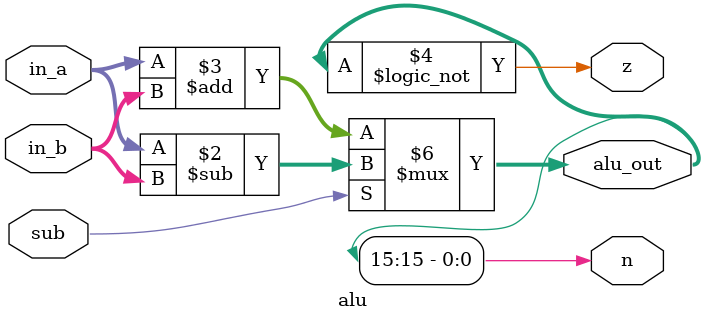
<source format=sv>
 module alu (
   /* input clk,
    input reset,
    input inside_reg_enable,*/
    input [15:0] in_a,
    input [15:0] in_b,
    input sub,
    output logic [15:0] alu_out,
    output logic z,
    output logic n
);
/*
logic [7:0] in_a_high8;
logic [7:0] in_b_high8;
logic [8:0] alu_low8;
always_ff @( posedge clk) begin
    if(reset) begin
        in_a_high8 <= 0;
        in_b_high8 <= 0;
        alu_low8 <= 0;
    end
    else if(inside_reg_enable) begin
        alu_low8 = sub? (in_a [7:0] - in_b [7:0]) : (in_a [7:0] + in_b [7:0]);
        in_a_high8 = in_a [15:8];
        in_b_high8 = in_b [15:8];
    end
end

always_comb begin
    if (sub)
        alu_out = {in_a_high8 - in_b_high8 + alu_low8[8], alu_low8[7:0]};
    else
        alu_out = {in_a_high8 + in_b_high8 + alu_low8[8], alu_low8[7:0]};
    z = (alu_out == 0);
    n = alu_out[15];
end
*/


always_comb begin
    if (sub)
        alu_out = in_a - in_b;
    else
        alu_out = in_a + in_b;
    z = (alu_out == 0);
    n = alu_out[15];
end


endmodule
</source>
